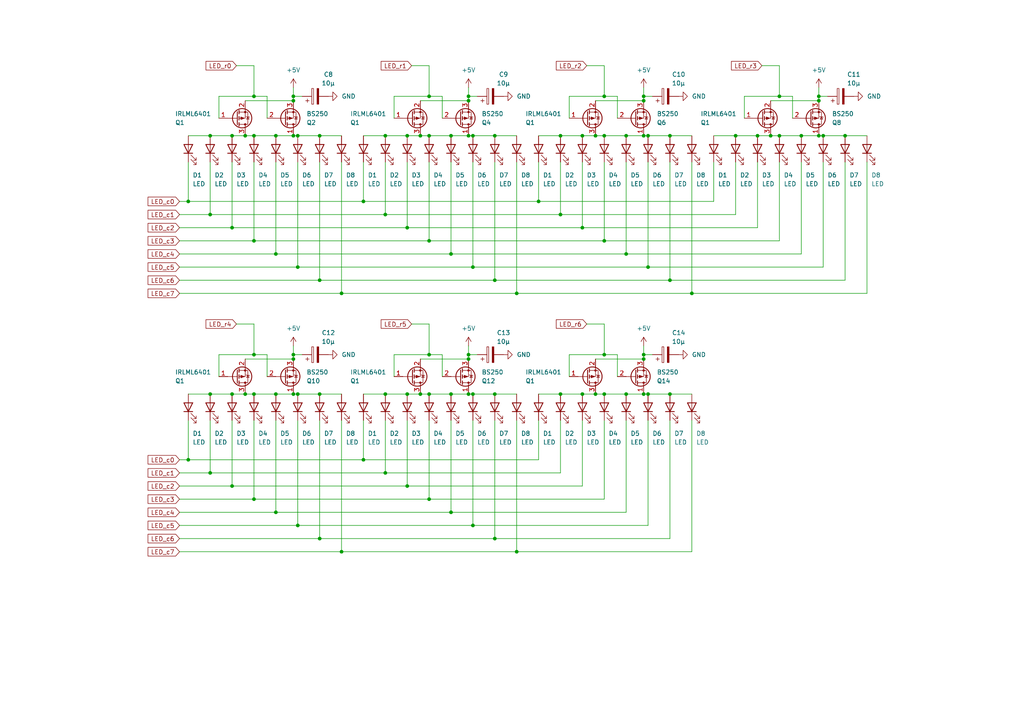
<source format=kicad_sch>
(kicad_sch (version 20230121) (generator eeschema)
  (paper "A4")
  (lib_symbols
    (symbol "Device:C_Polarized" (pin_numbers hide) (pin_names (offset 0.254))
      (property "Reference" "C" (at 0.635 2.54 0))
      (property "Value" "C_Polarized" (at 0.635 -2.54 0))
      (symbol "C_Polarized_0_1"
        (rectangle (start -2.286 0.508) (end 2.286 1.016))
        (polyline (pts (xy -1.778 2.286) (xy -0.762 2.286)))
        (polyline (pts (xy -1.27 2.794) (xy -1.27 1.778)))
        (rectangle (start 2.286 -0.508) (end -2.286 -1.016) (fill (type outline)))
      )
      (symbol "C_Polarized_1_1"
        (pin passive line (at 0 3.81 270) (length 2.794) (name "~") (number "1"))
        (pin passive line (at 0 -3.81 90) (length 2.794) (name "~") (number "2"))
      )
    )
    (symbol "Device:LED" (pin_numbers hide) (pin_names (offset 1.016) hide)
      (property "Reference" "D" (at 0 2.54 0))
      (property "Value" "LED" (at 0 -2.54 0))
      (symbol "LED_0_1"
        (polyline (pts (xy -1.27 -1.27) (xy -1.27 1.27)) (stroke (width 0.254)))
        (polyline (pts (xy -1.27 0) (xy 1.27 0)))
        (polyline (pts (xy 1.27 -1.27) (xy 1.27 1.27) (xy -1.27 0) (xy 1.27 -1.27)) (stroke (width 0.254)))
        (polyline (pts (xy -3.048 -0.762) (xy -4.572 -2.286) (xy -3.81 -2.286) (xy -4.572 -2.286) (xy -4.572 -1.524)))
        (polyline (pts (xy -1.778 -0.762) (xy -3.302 -2.286) (xy -2.54 -2.286) (xy -3.302 -2.286) (xy -3.302 -1.524)))
      )
      (symbol "LED_1_1"
        (pin passive line (at -3.81 0 0) (length 2.54) (name "K") (number "1"))
        (pin passive line (at 3.81 0 180) (length 2.54) (name "A") (number "2"))
      )
    )
    (symbol "Transistor_FET:BS250" (pin_names hide)
      (property "Reference" "Q" (at 5.08 1.905 0))
      (property "Value" "BS250" (at 5.08 0 0))
      (symbol "BS250_0_1"
        (polyline (pts (xy 0.254 0) (xy -2.54 0)))
        (polyline (pts (xy 0.254 1.905) (xy 0.254 -1.905)) (stroke (width 0.254)))
        (polyline (pts (xy 0.762 -1.27) (xy 0.762 -2.286)) (stroke (width 0.254)))
        (polyline (pts (xy 0.762 0.508) (xy 0.762 -0.508)) (stroke (width 0.254)))
        (polyline (pts (xy 0.762 2.286) (xy 0.762 1.27)) (stroke (width 0.254)))
        (polyline (pts (xy 2.54 2.54) (xy 2.54 1.778)))
        (polyline (pts (xy 2.54 -2.54) (xy 2.54 0) (xy 0.762 0)))
        (polyline (pts (xy 0.762 1.778) (xy 3.302 1.778) (xy 3.302 -1.778) (xy 0.762 -1.778)))
        (polyline (pts (xy 2.286 0) (xy 1.27 0.381) (xy 1.27 -0.381) (xy 2.286 0)) (fill (type outline)))
        (polyline (pts (xy 2.794 -0.508) (xy 2.921 -0.381) (xy 3.683 -0.381) (xy 3.81 -0.254)))
        (polyline (pts (xy 3.302 -0.381) (xy 2.921 0.254) (xy 3.683 0.254) (xy 3.302 -0.381)))
        (circle (center 1.651 0) (radius 2.794) (stroke (width 0.254)))
        (circle (center 2.54 -1.778) (radius 0.254) (fill (type outline)))
        (circle (center 2.54 1.778) (radius 0.254) (fill (type outline)))
      )
      (symbol "BS250_1_1"
        (pin passive line (at 2.54 5.08 270) (length 2.54) (name "D") (number "1"))
        (pin input line (at -5.08 0 0) (length 2.54) (name "G") (number "2"))
        (pin passive line (at 2.54 -5.08 90) (length 2.54) (name "S") (number "3"))
      )
    )
    (symbol "Transistor_FET:IRLML6401" (pin_names hide)
      (property "Reference" "Q" (at 5.08 1.905 0))
      (property "Value" "IRLML6401" (at 5.08 0 0))
      (symbol "IRLML6401_0_1"
        (polyline (pts (xy 0.254 0) (xy -2.54 0)))
        (polyline (pts (xy 0.254 1.905) (xy 0.254 -1.905)) (stroke (width 0.254)))
        (polyline (pts (xy 0.762 -1.27) (xy 0.762 -2.286)) (stroke (width 0.254)))
        (polyline (pts (xy 0.762 0.508) (xy 0.762 -0.508)) (stroke (width 0.254)))
        (polyline (pts (xy 0.762 2.286) (xy 0.762 1.27)) (stroke (width 0.254)))
        (polyline (pts (xy 2.54 2.54) (xy 2.54 1.778)))
        (polyline (pts (xy 2.54 -2.54) (xy 2.54 0) (xy 0.762 0)))
        (polyline (pts (xy 0.762 1.778) (xy 3.302 1.778) (xy 3.302 -1.778) (xy 0.762 -1.778)))
        (polyline (pts (xy 2.286 0) (xy 1.27 0.381) (xy 1.27 -0.381) (xy 2.286 0)) (fill (type outline)))
        (polyline (pts (xy 2.794 -0.508) (xy 2.921 -0.381) (xy 3.683 -0.381) (xy 3.81 -0.254)))
        (polyline (pts (xy 3.302 -0.381) (xy 2.921 0.254) (xy 3.683 0.254) (xy 3.302 -0.381)))
        (circle (center 1.651 0) (radius 2.794) (stroke (width 0.254)))
        (circle (center 2.54 -1.778) (radius 0.254) (fill (type outline)))
        (circle (center 2.54 1.778) (radius 0.254) (fill (type outline)))
      )
      (symbol "IRLML6401_1_1"
        (pin input line (at -5.08 0 0) (length 2.54) (name "G") (number "1"))
        (pin passive line (at 2.54 -5.08 90) (length 2.54) (name "S") (number "2"))
        (pin passive line (at 2.54 5.08 270) (length 2.54) (name "D") (number "3"))
      )
    )
    (symbol "power:+5V" (power) (pin_names (offset 0))
      (property "Value" "+5V" (at 0 3.556 0))
      (symbol "+5V_0_1"
        (polyline (pts (xy -0.762 1.27) (xy 0 2.54)))
        (polyline (pts (xy 0 0) (xy 0 2.54)))
        (polyline (pts (xy 0 2.54) (xy 0.762 1.27)))
      )
      (symbol "+5V_1_1"
        (pin power_in line (at 0 0 90) (length 0) hide (name "+5V") (number "1"))
      )
    )
    (symbol "power:GND" (power) (pin_names (offset 0))
      (property "Value" "GND" (at 0 -3.81 0))
      (symbol "GND_0_1"
        (polyline (pts (xy 0 0) (xy 0 -1.27) (xy 1.27 -1.27) (xy 0 -2.54) (xy -1.27 -1.27) (xy 0 -1.27)))
      )
      (symbol "GND_1_1"
        (pin power_in line (at 0 0 270) (length 0) hide (name "GND") (number "1"))
      )
    )
  )
  (junction (at 175.26 102.87))
  (junction (at 143.51 81.28))
  (junction (at 73.66 144.78))
  (junction (at 85.09 104.14))
  (junction (at 118.11 39.37))
  (junction (at 130.81 148.59))
  (junction (at 135.89 114.3))
  (junction (at 181.61 39.37))
  (junction (at 156.21 58.42))
  (junction (at 111.76 62.23))
  (junction (at 172.72 114.3))
  (junction (at 124.46 39.37))
  (junction (at 73.66 27.94))
  (junction (at 67.31 66.04))
  (junction (at 111.76 114.3))
  (junction (at 85.09 39.37))
  (junction (at 121.92 114.3))
  (junction (at 186.69 114.3))
  (junction (at 137.16 39.37))
  (junction (at 73.66 39.37))
  (junction (at 85.09 27.94))
  (junction (at 86.36 114.3))
  (junction (at 175.26 69.85))
  (junction (at 223.52 39.37))
  (junction (at 54.61 133.35))
  (junction (at 162.56 62.23))
  (junction (at 135.89 39.37))
  (junction (at 124.46 27.94))
  (junction (at 130.81 39.37))
  (junction (at 162.56 114.3))
  (junction (at 85.09 102.87))
  (junction (at 118.11 114.3))
  (junction (at 130.81 114.3))
  (junction (at 175.26 39.37))
  (junction (at 187.96 114.3))
  (junction (at 124.46 144.78))
  (junction (at 118.11 140.97))
  (junction (at 124.46 102.87))
  (junction (at 86.36 77.47))
  (junction (at 60.96 114.3))
  (junction (at 237.49 39.37))
  (junction (at 135.89 104.14))
  (junction (at 60.96 39.37))
  (junction (at 85.09 114.3))
  (junction (at 67.31 39.37))
  (junction (at 237.49 27.94))
  (junction (at 187.96 77.47))
  (junction (at 194.31 39.37))
  (junction (at 149.86 85.09))
  (junction (at 135.89 102.87))
  (junction (at 73.66 102.87))
  (junction (at 143.51 39.37))
  (junction (at 238.76 39.37))
  (junction (at 245.11 39.37))
  (junction (at 186.69 27.94))
  (junction (at 219.71 39.37))
  (junction (at 232.41 39.37))
  (junction (at 168.91 39.37))
  (junction (at 92.71 156.21))
  (junction (at 186.69 29.21))
  (junction (at 71.12 114.3))
  (junction (at 92.71 114.3))
  (junction (at 54.61 58.42))
  (junction (at 181.61 73.66))
  (junction (at 200.66 85.09))
  (junction (at 187.96 39.37))
  (junction (at 92.71 39.37))
  (junction (at 226.06 27.94))
  (junction (at 135.89 29.21))
  (junction (at 111.76 39.37))
  (junction (at 172.72 39.37))
  (junction (at 143.51 156.21))
  (junction (at 60.96 137.16))
  (junction (at 137.16 152.4))
  (junction (at 111.76 137.16))
  (junction (at 168.91 114.3))
  (junction (at 124.46 69.85))
  (junction (at 186.69 104.14))
  (junction (at 194.31 81.28))
  (junction (at 213.36 39.37))
  (junction (at 175.26 114.3))
  (junction (at 130.81 73.66))
  (junction (at 186.69 102.87))
  (junction (at 186.69 39.37))
  (junction (at 71.12 39.37))
  (junction (at 137.16 77.47))
  (junction (at 67.31 114.3))
  (junction (at 149.86 160.02))
  (junction (at 86.36 152.4))
  (junction (at 162.56 39.37))
  (junction (at 175.26 27.94))
  (junction (at 181.61 114.3))
  (junction (at 237.49 29.21))
  (junction (at 73.66 114.3))
  (junction (at 105.41 58.42))
  (junction (at 143.51 114.3))
  (junction (at 194.31 114.3))
  (junction (at 80.01 114.3))
  (junction (at 99.06 85.09))
  (junction (at 135.89 27.94))
  (junction (at 73.66 69.85))
  (junction (at 168.91 66.04))
  (junction (at 137.16 114.3))
  (junction (at 60.96 62.23))
  (junction (at 80.01 73.66))
  (junction (at 121.92 39.37))
  (junction (at 99.06 160.02))
  (junction (at 105.41 133.35))
  (junction (at 80.01 39.37))
  (junction (at 92.71 81.28))
  (junction (at 80.01 148.59))
  (junction (at 118.11 66.04))
  (junction (at 226.06 39.37))
  (junction (at 124.46 114.3))
  (junction (at 85.09 29.21))
  (junction (at 67.31 140.97))
  (junction (at 86.36 39.37))
  (wire (pts (xy 128.27 102.87) (xy 124.46 102.87)))
  (wire (pts (xy 187.96 39.37) (xy 194.31 39.37)))
  (wire (pts (xy 92.71 114.3) (xy 99.06 114.3)))
  (wire (pts (xy 186.69 114.3) (xy 187.96 114.3)))
  (wire (pts (xy 170.18 19.05) (xy 175.26 19.05)))
  (wire (pts (xy 121.92 29.21) (xy 135.89 29.21)))
  (wire (pts (xy 105.41 121.92) (xy 105.41 133.35)))
  (wire (pts (xy 124.46 102.87) (xy 114.3 102.87)))
  (wire (pts (xy 92.71 156.21) (xy 143.51 156.21)))
  (wire (pts (xy 114.3 27.94) (xy 114.3 34.29)))
  (wire (pts (xy 137.16 152.4) (xy 187.96 152.4)))
  (wire (pts (xy 121.92 114.3) (xy 124.46 114.3)))
  (wire (pts (xy 73.66 93.98) (xy 73.66 102.87)))
  (wire (pts (xy 52.07 160.02) (xy 99.06 160.02)))
  (wire (pts (xy 137.16 121.92) (xy 137.16 152.4)))
  (wire (pts (xy 194.31 46.99) (xy 194.31 81.28)))
  (wire (pts (xy 105.41 58.42) (xy 156.21 58.42)))
  (wire (pts (xy 124.46 27.94) (xy 114.3 27.94)))
  (wire (pts (xy 165.1 102.87) (xy 165.1 109.22)))
  (wire (pts (xy 162.56 121.92) (xy 162.56 137.16)))
  (wire (pts (xy 179.07 27.94) (xy 179.07 34.29)))
  (wire (pts (xy 67.31 140.97) (xy 118.11 140.97)))
  (wire (pts (xy 181.61 39.37) (xy 186.69 39.37)))
  (wire (pts (xy 54.61 121.92) (xy 54.61 133.35)))
  (wire (pts (xy 137.16 77.47) (xy 187.96 77.47)))
  (wire (pts (xy 99.06 85.09) (xy 149.86 85.09)))
  (wire (pts (xy 135.89 27.94) (xy 138.43 27.94)))
  (wire (pts (xy 52.07 140.97) (xy 67.31 140.97)))
  (wire (pts (xy 186.69 27.94) (xy 189.23 27.94)))
  (wire (pts (xy 143.51 121.92) (xy 143.51 156.21)))
  (wire (pts (xy 187.96 114.3) (xy 194.31 114.3)))
  (wire (pts (xy 52.07 133.35) (xy 54.61 133.35)))
  (wire (pts (xy 219.71 66.04) (xy 219.71 46.99)))
  (wire (pts (xy 175.26 46.99) (xy 175.26 69.85)))
  (wire (pts (xy 186.69 102.87) (xy 186.69 104.14)))
  (wire (pts (xy 71.12 104.14) (xy 85.09 104.14)))
  (wire (pts (xy 86.36 114.3) (xy 92.71 114.3)))
  (wire (pts (xy 213.36 62.23) (xy 213.36 46.99)))
  (wire (pts (xy 172.72 104.14) (xy 186.69 104.14)))
  (wire (pts (xy 85.09 102.87) (xy 87.63 102.87)))
  (wire (pts (xy 124.46 69.85) (xy 175.26 69.85)))
  (wire (pts (xy 63.5 102.87) (xy 63.5 109.22)))
  (wire (pts (xy 119.38 93.98) (xy 124.46 93.98)))
  (wire (pts (xy 52.07 148.59) (xy 80.01 148.59)))
  (wire (pts (xy 237.49 27.94) (xy 237.49 29.21)))
  (wire (pts (xy 181.61 46.99) (xy 181.61 73.66)))
  (wire (pts (xy 168.91 121.92) (xy 168.91 140.97)))
  (wire (pts (xy 175.26 69.85) (xy 226.06 69.85)))
  (wire (pts (xy 114.3 102.87) (xy 114.3 109.22)))
  (wire (pts (xy 194.31 114.3) (xy 200.66 114.3)))
  (wire (pts (xy 124.46 19.05) (xy 124.46 27.94)))
  (wire (pts (xy 60.96 114.3) (xy 67.31 114.3)))
  (wire (pts (xy 215.9 27.94) (xy 215.9 34.29)))
  (wire (pts (xy 99.06 160.02) (xy 149.86 160.02)))
  (wire (pts (xy 92.71 81.28) (xy 143.51 81.28)))
  (wire (pts (xy 226.06 39.37) (xy 232.41 39.37)))
  (wire (pts (xy 130.81 73.66) (xy 181.61 73.66)))
  (wire (pts (xy 54.61 133.35) (xy 105.41 133.35)))
  (wire (pts (xy 52.07 69.85) (xy 73.66 69.85)))
  (wire (pts (xy 52.07 156.21) (xy 92.71 156.21)))
  (wire (pts (xy 54.61 46.99) (xy 54.61 58.42)))
  (wire (pts (xy 181.61 121.92) (xy 181.61 148.59)))
  (wire (pts (xy 80.01 114.3) (xy 85.09 114.3)))
  (wire (pts (xy 186.69 39.37) (xy 187.96 39.37)))
  (wire (pts (xy 68.58 93.98) (xy 73.66 93.98)))
  (wire (pts (xy 118.11 46.99) (xy 118.11 66.04)))
  (wire (pts (xy 194.31 121.92) (xy 194.31 156.21)))
  (wire (pts (xy 223.52 39.37) (xy 226.06 39.37)))
  (wire (pts (xy 85.09 102.87) (xy 85.09 104.14)))
  (wire (pts (xy 172.72 114.3) (xy 175.26 114.3)))
  (wire (pts (xy 77.47 109.22) (xy 77.47 102.87)))
  (wire (pts (xy 60.96 39.37) (xy 67.31 39.37)))
  (wire (pts (xy 237.49 25.4) (xy 237.49 27.94)))
  (wire (pts (xy 135.89 114.3) (xy 137.16 114.3)))
  (wire (pts (xy 80.01 46.99) (xy 80.01 73.66)))
  (wire (pts (xy 137.16 39.37) (xy 143.51 39.37)))
  (wire (pts (xy 175.26 121.92) (xy 175.26 144.78)))
  (wire (pts (xy 124.46 93.98) (xy 124.46 102.87)))
  (wire (pts (xy 181.61 114.3) (xy 186.69 114.3)))
  (wire (pts (xy 60.96 137.16) (xy 111.76 137.16)))
  (wire (pts (xy 165.1 27.94) (xy 175.26 27.94)))
  (wire (pts (xy 187.96 46.99) (xy 187.96 77.47)))
  (wire (pts (xy 135.89 102.87) (xy 135.89 104.14)))
  (wire (pts (xy 85.09 100.33) (xy 85.09 102.87)))
  (wire (pts (xy 137.16 46.99) (xy 137.16 77.47)))
  (wire (pts (xy 172.72 29.21) (xy 186.69 29.21)))
  (wire (pts (xy 162.56 62.23) (xy 213.36 62.23)))
  (wire (pts (xy 111.76 114.3) (xy 118.11 114.3)))
  (wire (pts (xy 111.76 62.23) (xy 162.56 62.23)))
  (wire (pts (xy 213.36 39.37) (xy 219.71 39.37)))
  (wire (pts (xy 68.58 19.05) (xy 73.66 19.05)))
  (wire (pts (xy 226.06 19.05) (xy 226.06 27.94)))
  (wire (pts (xy 85.09 25.4) (xy 85.09 27.94)))
  (wire (pts (xy 207.01 58.42) (xy 207.01 46.99)))
  (wire (pts (xy 80.01 73.66) (xy 130.81 73.66)))
  (wire (pts (xy 237.49 39.37) (xy 238.76 39.37)))
  (wire (pts (xy 175.26 114.3) (xy 181.61 114.3)))
  (wire (pts (xy 175.26 19.05) (xy 175.26 27.94)))
  (wire (pts (xy 54.61 39.37) (xy 60.96 39.37)))
  (wire (pts (xy 149.86 46.99) (xy 149.86 85.09)))
  (wire (pts (xy 92.71 121.92) (xy 92.71 156.21)))
  (wire (pts (xy 111.76 137.16) (xy 162.56 137.16)))
  (wire (pts (xy 130.81 39.37) (xy 135.89 39.37)))
  (wire (pts (xy 128.27 109.22) (xy 128.27 102.87)))
  (wire (pts (xy 187.96 77.47) (xy 238.76 77.47)))
  (wire (pts (xy 143.51 39.37) (xy 149.86 39.37)))
  (wire (pts (xy 232.41 73.66) (xy 232.41 46.99)))
  (wire (pts (xy 71.12 39.37) (xy 73.66 39.37)))
  (wire (pts (xy 165.1 34.29) (xy 165.1 27.94)))
  (wire (pts (xy 60.96 121.92) (xy 60.96 137.16)))
  (wire (pts (xy 156.21 114.3) (xy 162.56 114.3)))
  (wire (pts (xy 60.96 62.23) (xy 111.76 62.23)))
  (wire (pts (xy 52.07 73.66) (xy 80.01 73.66)))
  (wire (pts (xy 179.07 109.22) (xy 179.07 102.87)))
  (wire (pts (xy 130.81 46.99) (xy 130.81 73.66)))
  (wire (pts (xy 92.71 46.99) (xy 92.71 81.28)))
  (wire (pts (xy 71.12 29.21) (xy 85.09 29.21)))
  (wire (pts (xy 124.46 46.99) (xy 124.46 69.85)))
  (wire (pts (xy 143.51 156.21) (xy 194.31 156.21)))
  (wire (pts (xy 187.96 121.92) (xy 187.96 152.4)))
  (wire (pts (xy 130.81 114.3) (xy 135.89 114.3)))
  (wire (pts (xy 200.66 46.99) (xy 200.66 85.09)))
  (wire (pts (xy 162.56 46.99) (xy 162.56 62.23)))
  (wire (pts (xy 175.26 102.87) (xy 165.1 102.87)))
  (wire (pts (xy 156.21 121.92) (xy 156.21 133.35)))
  (wire (pts (xy 175.26 93.98) (xy 175.26 102.87)))
  (wire (pts (xy 130.81 121.92) (xy 130.81 148.59)))
  (wire (pts (xy 135.89 100.33) (xy 135.89 102.87)))
  (wire (pts (xy 124.46 121.92) (xy 124.46 144.78)))
  (wire (pts (xy 80.01 121.92) (xy 80.01 148.59)))
  (wire (pts (xy 85.09 39.37) (xy 86.36 39.37)))
  (wire (pts (xy 251.46 85.09) (xy 251.46 46.99)))
  (wire (pts (xy 73.66 19.05) (xy 73.66 27.94)))
  (wire (pts (xy 52.07 152.4) (xy 86.36 152.4)))
  (wire (pts (xy 85.09 27.94) (xy 85.09 29.21)))
  (wire (pts (xy 111.76 121.92) (xy 111.76 137.16)))
  (wire (pts (xy 73.66 39.37) (xy 80.01 39.37)))
  (wire (pts (xy 99.06 46.99) (xy 99.06 85.09)))
  (wire (pts (xy 179.07 102.87) (xy 175.26 102.87)))
  (wire (pts (xy 194.31 39.37) (xy 200.66 39.37)))
  (wire (pts (xy 238.76 39.37) (xy 245.11 39.37)))
  (wire (pts (xy 128.27 27.94) (xy 124.46 27.94)))
  (wire (pts (xy 52.07 81.28) (xy 92.71 81.28)))
  (wire (pts (xy 175.26 27.94) (xy 179.07 27.94)))
  (wire (pts (xy 77.47 34.29) (xy 77.47 27.94)))
  (wire (pts (xy 121.92 104.14) (xy 135.89 104.14)))
  (wire (pts (xy 86.36 121.92) (xy 86.36 152.4)))
  (wire (pts (xy 105.41 39.37) (xy 111.76 39.37)))
  (wire (pts (xy 168.91 46.99) (xy 168.91 66.04)))
  (wire (pts (xy 85.09 114.3) (xy 86.36 114.3)))
  (wire (pts (xy 207.01 39.37) (xy 213.36 39.37)))
  (wire (pts (xy 52.07 62.23) (xy 60.96 62.23)))
  (wire (pts (xy 124.46 39.37) (xy 130.81 39.37)))
  (wire (pts (xy 186.69 25.4) (xy 186.69 27.94)))
  (wire (pts (xy 181.61 73.66) (xy 232.41 73.66)))
  (wire (pts (xy 60.96 46.99) (xy 60.96 62.23)))
  (wire (pts (xy 77.47 27.94) (xy 73.66 27.94)))
  (wire (pts (xy 67.31 121.92) (xy 67.31 140.97)))
  (wire (pts (xy 143.51 81.28) (xy 194.31 81.28)))
  (wire (pts (xy 135.89 39.37) (xy 137.16 39.37)))
  (wire (pts (xy 175.26 39.37) (xy 181.61 39.37)))
  (wire (pts (xy 54.61 114.3) (xy 60.96 114.3)))
  (wire (pts (xy 245.11 81.28) (xy 245.11 46.99)))
  (wire (pts (xy 52.07 137.16) (xy 60.96 137.16)))
  (wire (pts (xy 118.11 39.37) (xy 121.92 39.37)))
  (wire (pts (xy 63.5 27.94) (xy 63.5 34.29)))
  (wire (pts (xy 54.61 58.42) (xy 105.41 58.42)))
  (wire (pts (xy 226.06 69.85) (xy 226.06 46.99)))
  (wire (pts (xy 86.36 46.99) (xy 86.36 77.47)))
  (wire (pts (xy 118.11 66.04) (xy 168.91 66.04)))
  (wire (pts (xy 67.31 66.04) (xy 118.11 66.04)))
  (wire (pts (xy 156.21 46.99) (xy 156.21 58.42)))
  (wire (pts (xy 67.31 46.99) (xy 67.31 66.04)))
  (wire (pts (xy 135.89 25.4) (xy 135.89 27.94)))
  (wire (pts (xy 73.66 144.78) (xy 124.46 144.78)))
  (wire (pts (xy 105.41 133.35) (xy 156.21 133.35)))
  (wire (pts (xy 229.87 27.94) (xy 226.06 27.94)))
  (wire (pts (xy 135.89 102.87) (xy 138.43 102.87)))
  (wire (pts (xy 92.71 39.37) (xy 99.06 39.37)))
  (wire (pts (xy 67.31 114.3) (xy 71.12 114.3)))
  (wire (pts (xy 186.69 100.33) (xy 186.69 102.87)))
  (wire (pts (xy 119.38 19.05) (xy 124.46 19.05)))
  (wire (pts (xy 105.41 46.99) (xy 105.41 58.42)))
  (wire (pts (xy 149.86 121.92) (xy 149.86 160.02)))
  (wire (pts (xy 143.51 114.3) (xy 149.86 114.3)))
  (wire (pts (xy 52.07 77.47) (xy 86.36 77.47)))
  (wire (pts (xy 73.66 69.85) (xy 124.46 69.85)))
  (wire (pts (xy 80.01 39.37) (xy 85.09 39.37)))
  (wire (pts (xy 194.31 81.28) (xy 245.11 81.28)))
  (wire (pts (xy 52.07 66.04) (xy 67.31 66.04)))
  (wire (pts (xy 162.56 114.3) (xy 168.91 114.3)))
  (wire (pts (xy 168.91 114.3) (xy 172.72 114.3)))
  (wire (pts (xy 226.06 27.94) (xy 215.9 27.94)))
  (wire (pts (xy 156.21 39.37) (xy 162.56 39.37)))
  (wire (pts (xy 111.76 46.99) (xy 111.76 62.23)))
  (wire (pts (xy 124.46 114.3) (xy 130.81 114.3)))
  (wire (pts (xy 137.16 114.3) (xy 143.51 114.3)))
  (wire (pts (xy 52.07 58.42) (xy 54.61 58.42)))
  (wire (pts (xy 73.66 27.94) (xy 63.5 27.94)))
  (wire (pts (xy 200.66 85.09) (xy 251.46 85.09)))
  (wire (pts (xy 219.71 39.37) (xy 223.52 39.37)))
  (wire (pts (xy 232.41 39.37) (xy 237.49 39.37)))
  (wire (pts (xy 172.72 39.37) (xy 175.26 39.37)))
  (wire (pts (xy 245.11 39.37) (xy 251.46 39.37)))
  (wire (pts (xy 229.87 34.29) (xy 229.87 27.94)))
  (wire (pts (xy 237.49 27.94) (xy 240.03 27.94)))
  (wire (pts (xy 86.36 77.47) (xy 137.16 77.47)))
  (wire (pts (xy 238.76 77.47) (xy 238.76 46.99)))
  (wire (pts (xy 105.41 114.3) (xy 111.76 114.3)))
  (wire (pts (xy 73.66 102.87) (xy 63.5 102.87)))
  (wire (pts (xy 73.66 46.99) (xy 73.66 69.85)))
  (wire (pts (xy 118.11 140.97) (xy 168.91 140.97)))
  (wire (pts (xy 52.07 144.78) (xy 73.66 144.78)))
  (wire (pts (xy 85.09 27.94) (xy 87.63 27.94)))
  (wire (pts (xy 186.69 102.87) (xy 189.23 102.87)))
  (wire (pts (xy 52.07 85.09) (xy 99.06 85.09)))
  (wire (pts (xy 86.36 152.4) (xy 137.16 152.4)))
  (wire (pts (xy 168.91 39.37) (xy 172.72 39.37)))
  (wire (pts (xy 80.01 148.59) (xy 130.81 148.59)))
  (wire (pts (xy 200.66 121.92) (xy 200.66 160.02)))
  (wire (pts (xy 77.47 102.87) (xy 73.66 102.87)))
  (wire (pts (xy 130.81 148.59) (xy 181.61 148.59)))
  (wire (pts (xy 149.86 85.09) (xy 200.66 85.09)))
  (wire (pts (xy 118.11 114.3) (xy 121.92 114.3)))
  (wire (pts (xy 223.52 29.21) (xy 237.49 29.21)))
  (wire (pts (xy 111.76 39.37) (xy 118.11 39.37)))
  (wire (pts (xy 86.36 39.37) (xy 92.71 39.37)))
  (wire (pts (xy 220.98 19.05) (xy 226.06 19.05)))
  (wire (pts (xy 168.91 66.04) (xy 219.71 66.04)))
  (wire (pts (xy 99.06 121.92) (xy 99.06 160.02)))
  (wire (pts (xy 124.46 144.78) (xy 175.26 144.78)))
  (wire (pts (xy 156.21 58.42) (xy 207.01 58.42)))
  (wire (pts (xy 73.66 114.3) (xy 80.01 114.3)))
  (wire (pts (xy 186.69 27.94) (xy 186.69 29.21)))
  (wire (pts (xy 67.31 39.37) (xy 71.12 39.37)))
  (wire (pts (xy 73.66 121.92) (xy 73.66 144.78)))
  (wire (pts (xy 71.12 114.3) (xy 73.66 114.3)))
  (wire (pts (xy 128.27 34.29) (xy 128.27 27.94)))
  (wire (pts (xy 135.89 27.94) (xy 135.89 29.21)))
  (wire (pts (xy 143.51 46.99) (xy 143.51 81.28)))
  (wire (pts (xy 149.86 160.02) (xy 200.66 160.02)))
  (wire (pts (xy 170.18 93.98) (xy 175.26 93.98)))
  (wire (pts (xy 162.56 39.37) (xy 168.91 39.37)))
  (wire (pts (xy 121.92 39.37) (xy 124.46 39.37)))
  (wire (pts (xy 118.11 121.92) (xy 118.11 140.97)))
  (global_label "LED_r2" (shape input) (at 170.18 19.05 180) (property "Intersheetrefs" "${INTERSHEET_REFS}" (effects hide)))
  (global_label "LED_r4" (shape input) (at 68.58 93.98 180) (property "Intersheetrefs" "${INTERSHEET_REFS}" (effects hide)))
  (global_label "LED_c3" (shape input) (at 52.07 144.78 180) (property "Intersheetrefs" "${INTERSHEET_REFS}" (effects hide)))
  (global_label "LED_c4" (shape input) (at 52.07 148.59 180) (property "Intersheetrefs" "${INTERSHEET_REFS}" (effects hide)))
  (global_label "LED_c6" (shape input) (at 52.07 81.28 180) (property "Intersheetrefs" "${INTERSHEET_REFS}" (effects hide)))
  (global_label "LED_c2" (shape input) (at 52.07 140.97 180) (property "Intersheetrefs" "${INTERSHEET_REFS}" (effects hide)))
  (global_label "LED_c7" (shape input) (at 52.07 85.09 180) (property "Intersheetrefs" "${INTERSHEET_REFS}" (effects hide)))
  (global_label "LED_c7" (shape input) (at 52.07 160.02 180) (property "Intersheetrefs" "${INTERSHEET_REFS}" (effects hide)))
  (global_label "LED_c4" (shape input) (at 52.07 73.66 180) (property "Intersheetrefs" "${INTERSHEET_REFS}" (effects hide)))
  (global_label "LED_c0" (shape input) (at 52.07 58.42 180) (property "Intersheetrefs" "${INTERSHEET_REFS}" (effects hide)))
  (global_label "LED_c2" (shape input) (at 52.07 66.04 180) (property "Intersheetrefs" "${INTERSHEET_REFS}" (effects hide)))
  (global_label "LED_c1" (shape input) (at 52.07 137.16 180) (property "Intersheetrefs" "${INTERSHEET_REFS}" (effects hide)))
  (global_label "LED_c5" (shape input) (at 52.07 77.47 180) (property "Intersheetrefs" "${INTERSHEET_REFS}" (effects hide)))
  (global_label "LED_c5" (shape input) (at 52.07 152.4 180) (property "Intersheetrefs" "${INTERSHEET_REFS}" (effects hide)))
  (global_label "LED_c3" (shape input) (at 52.07 69.85 180) (property "Intersheetrefs" "${INTERSHEET_REFS}" (effects hide)))
  (global_label "LED_r0" (shape input) (at 68.58 19.05 180) (property "Intersheetrefs" "${INTERSHEET_REFS}" (effects hide)))
  (global_label "LED_c1" (shape input) (at 52.07 62.23 180) (property "Intersheetrefs" "${INTERSHEET_REFS}" (effects hide)))
  (global_label "LED_c0" (shape input) (at 52.07 133.35 180) (property "Intersheetrefs" "${INTERSHEET_REFS}" (effects hide)))
  (global_label "LED_r1" (shape input) (at 119.38 19.05 180) (property "Intersheetrefs" "${INTERSHEET_REFS}" (effects hide)))
  (global_label "LED_c6" (shape input) (at 52.07 156.21 180) (property "Intersheetrefs" "${INTERSHEET_REFS}" (effects hide)))
  (global_label "LED_r6" (shape input) (at 170.18 93.98 180) (property "Intersheetrefs" "${INTERSHEET_REFS}" (effects hide)))
  (global_label "LED_r5" (shape input) (at 119.38 93.98 180) (property "Intersheetrefs" "${INTERSHEET_REFS}" (effects hide)))
  (global_label "LED_r3" (shape input) (at 220.98 19.05 180) (property "Intersheetrefs" "${INTERSHEET_REFS}" (effects hide)))
  (symbol (lib_id "Device:LED") (at 181.61 118.11 90) (unit 1)
    (property "Reference" "D5" (at 182.88 125.73 90) (effects (justify right)))
    (property "Value" "LED" (at 182.88 128.27 90) (effects (justify right)))
    (property "Footprint" "my_footprints:LED_rect_2x3" (effects hide))
    (instances (project "RDpico_display" (path "" (reference "D5") (unit 1)) (path "" (reference "D53") (unit 1))))
  )
  (symbol (lib_id "Device:LED") (at 124.46 118.11 90) (unit 1)
    (property "Reference" "D4" (at 125.73 125.73 90) (effects (justify right)))
    (property "Value" "LED" (at 125.73 128.27 90) (effects (justify right)))
    (property "Footprint" "my_footprints:LED_rect_2x3" (effects hide))
    (instances (project "RDpico_display" (path "" (reference "D4") (unit 1)) (path "" (reference "D44") (unit 1))))
  )
  (symbol (lib_id "Device:LED") (at 99.06 43.18 90) (unit 1)
    (property "Reference" "D8" (at 100.33 50.8 90) (effects (justify right)))
    (property "Value" "LED" (at 100.33 53.34 90) (effects (justify right)))
    (property "Footprint" "my_footprints:LED_rect_2x3" (effects hide))
  )
  (symbol (lib_id "Device:LED") (at 194.31 43.18 90) (unit 1)
    (property "Reference" "D7" (at 195.58 50.8 90) (effects (justify right)))
    (property "Value" "LED" (at 195.58 53.34 90) (effects (justify right)))
    (property "Footprint" "my_footprints:LED_rect_2x3" (effects hide))
    (instances (project "RDpico_display" (path "" (reference "D7") (unit 1)) (path "" (reference "D23") (unit 1))))
  )
  (symbol (lib_id "Device:LED") (at 238.76 43.18 90) (unit 1)
    (property "Reference" "D6" (at 240.03 50.8 90) (effects (justify right)))
    (property "Value" "LED" (at 240.03 53.34 90) (effects (justify right)))
    (property "Footprint" "my_footprints:LED_rect_2x3" (effects hide))
    (instances (project "RDpico_display" (path "" (reference "D6") (unit 1)) (path "" (reference "D30") (unit 1))))
  )
  (symbol (lib_id "Transistor_FET:IRLML6401") (at 119.38 34.29 0) (mirror x) (unit 1)
    (property "Reference" "Q1" (at 101.6 35.56 0) (effects (justify left)))
    (property "Value" "IRLML6401" (at 101.6 33.02 0) (effects (justify left)))
    (property "Footprint" "Package_TO_SOT_SMD:SOT-23" (effects hide))
    (property "Datasheet" "https://www.infineon.com/dgdl/irlml6401pbf.pdf?fileId=5546d462533600a401535668b96d2634" (effects hide))
    (property "LCSC" "C2835446" (effects hide))
    (instances (project "RDpico_display" (path "" (reference "Q1") (unit 1)) (path "" (reference "Q3") (unit 1))) (project "Matrix_test" (path "" (reference "Q1") (unit 1)) (path "" (reference "Q1") (unit 1))))
  )
  (symbol (lib_id "Transistor_FET:IRLML6401") (at 119.38 109.22 0) (mirror x) (unit 1)
    (property "Reference" "Q1" (at 101.6 110.49 0) (effects (justify left)))
    (property "Value" "IRLML6401" (at 101.6 107.95 0) (effects (justify left)))
    (property "Footprint" "Package_TO_SOT_SMD:SOT-23" (effects hide))
    (property "Datasheet" "https://www.infineon.com/dgdl/irlml6401pbf.pdf?fileId=5546d462533600a401535668b96d2634" (effects hide))
    (property "LCSC" "C2835446" (effects hide))
    (instances (project "RDpico_display" (path "" (reference "Q1") (unit 1)) (path "" (reference "Q11") (unit 1))) (project "Matrix_test" (path "" (reference "Q1") (unit 1)) (path "" (reference "Q1") (unit 1))))
  )
  (symbol (lib_id "Device:LED") (at 118.11 43.18 90) (unit 1)
    (property "Reference" "D3" (at 119.38 50.8 90) (effects (justify right)))
    (property "Value" "LED" (at 119.38 53.34 90) (effects (justify right)))
    (property "Footprint" "my_footprints:LED_rect_2x3" (effects hide))
    (instances (project "RDpico_display" (path "" (reference "D3") (unit 1)) (path "" (reference "D11") (unit 1))))
  )
  (symbol (lib_id "Device:LED") (at 67.31 118.11 90) (unit 1)
    (property "Reference" "D3" (at 68.58 125.73 90) (effects (justify right)))
    (property "Value" "LED" (at 68.58 128.27 90) (effects (justify right)))
    (property "Footprint" "my_footprints:LED_rect_2x3" (effects hide))
    (instances (project "RDpico_display" (path "" (reference "D3") (unit 1)) (path "" (reference "D35") (unit 1))))
  )
  (symbol (lib_id "Transistor_FET:BS250") (at 133.35 109.22 0) (mirror x) (unit 1)
    (property "Reference" "Q12" (at 139.7 110.49 0) (effects (justify left)))
    (property "Value" "BS250" (at 139.7 107.95 0) (effects (justify left)))
    (property "Footprint" "my_footprints:BS250P" (effects hide))
    (property "Datasheet" "http://www.vishay.com/docs/70209/70209.pdf" (effects hide))
  )
  (symbol (lib_id "Device:LED") (at 54.61 118.11 90) (unit 1)
    (property "Reference" "D1" (at 55.88 125.73 90) (effects (justify right)))
    (property "Value" "LED" (at 55.88 128.27 90) (effects (justify right)))
    (property "Footprint" "my_footprints:LED_rect_2x3" (effects hide))
    (instances (project "RDpico_display" (path "" (reference "D1") (unit 1)) (path "" (reference "D33") (unit 1))))
  )
  (symbol (lib_id "Device:C_Polarized") (at 91.44 27.94 90) (unit 1)
    (property "Reference" "C8" (at 95.25 21.59 90))
    (property "Value" "10µ" (at 95.25 24.13 90))
    (property "Footprint" "Capacitor_THT:CP_Radial_D4.0mm_P2.00mm" (effects hide))
  )
  (symbol (lib_id "Device:LED") (at 130.81 118.11 90) (unit 1)
    (property "Reference" "D5" (at 132.08 125.73 90) (effects (justify right)))
    (property "Value" "LED" (at 132.08 128.27 90) (effects (justify right)))
    (property "Footprint" "my_footprints:LED_rect_2x3" (effects hide))
    (instances (project "RDpico_display" (path "" (reference "D5") (unit 1)) (path "" (reference "D45") (unit 1))))
  )
  (symbol (lib_id "Transistor_FET:IRLML6401") (at 220.98 34.29 0) (mirror x) (unit 1)
    (property "Reference" "Q1" (at 203.2 35.56 0) (effects (justify left)))
    (property "Value" "IRLML6401" (at 203.2 33.02 0) (effects (justify left)))
    (property "Footprint" "Package_TO_SOT_SMD:SOT-23" (effects hide))
    (property "Datasheet" "https://www.infineon.com/dgdl/irlml6401pbf.pdf?fileId=5546d462533600a401535668b96d2634" (effects hide))
    (property "LCSC" "C2835446" (effects hide))
    (instances (project "RDpico_display" (path "" (reference "Q1") (unit 1)) (path "" (reference "Q7") (unit 1))) (project "Matrix_test" (path "" (reference "Q1") (unit 1)) (path "" (reference "Q1") (unit 1))))
  )
  (symbol (lib_id "Transistor_FET:BS250") (at 82.55 109.22 0) (mirror x) (unit 1)
    (property "Reference" "Q10" (at 88.9 110.49 0) (effects (justify left)))
    (property "Value" "BS250" (at 88.9 107.95 0) (effects (justify left)))
    (property "Footprint" "my_footprints:BS250P" (effects hide))
    (property "Datasheet" "http://www.vishay.com/docs/70209/70209.pdf" (effects hide))
  )
  (symbol (lib_id "Transistor_FET:BS250") (at 184.15 34.29 0) (mirror x) (unit 1)
    (property "Reference" "Q6" (at 190.5 35.56 0) (effects (justify left)))
    (property "Value" "BS250" (at 190.5 33.02 0) (effects (justify left)))
    (property "Footprint" "my_footprints:BS250P" (effects hide))
    (property "Datasheet" "http://www.vishay.com/docs/70209/70209.pdf" (effects hide))
  )
  (symbol (lib_id "power:GND") (at 146.05 102.87 90) (unit 1)
    (property "Reference" "#PWR041" (effects hide))
    (property "Value" "GND" (at 149.86 102.87 90) (effects (justify right)))
  )
  (symbol (lib_id "Transistor_FET:IRLML6401") (at 68.58 34.29 0) (mirror x) (unit 1)
    (property "Reference" "Q1" (at 50.8 35.56 0) (effects (justify left)))
    (property "Value" "IRLML6401" (at 50.8 33.02 0) (effects (justify left)))
    (property "Footprint" "Package_TO_SOT_SMD:SOT-23" (effects hide))
    (property "Datasheet" "https://www.infineon.com/dgdl/irlml6401pbf.pdf?fileId=5546d462533600a401535668b96d2634" (effects hide))
    (property "LCSC" "C2835446" (effects hide))
  )
  (symbol (lib_id "Device:LED") (at 60.96 43.18 90) (unit 1)
    (property "Reference" "D2" (at 62.23 50.8 90) (effects (justify right)))
    (property "Value" "LED" (at 62.23 53.34 90) (effects (justify right)))
    (property "Footprint" "my_footprints:LED_rect_2x3" (effects hide))
  )
  (symbol (lib_id "power:GND") (at 95.25 27.94 90) (unit 1)
    (property "Reference" "#PWR033" (effects hide))
    (property "Value" "GND" (at 99.06 27.94 90) (effects (justify right)))
  )
  (symbol (lib_id "Device:LED") (at 80.01 43.18 90) (unit 1)
    (property "Reference" "D5" (at 81.28 50.8 90) (effects (justify right)))
    (property "Value" "LED" (at 81.28 53.34 90) (effects (justify right)))
    (property "Footprint" "my_footprints:LED_rect_2x3" (effects hide))
  )
  (symbol (lib_id "Device:LED") (at 168.91 43.18 90) (unit 1)
    (property "Reference" "D3" (at 170.18 50.8 90) (effects (justify right)))
    (property "Value" "LED" (at 170.18 53.34 90) (effects (justify right)))
    (property "Footprint" "my_footprints:LED_rect_2x3" (effects hide))
    (instances (project "RDpico_display" (path "" (reference "D3") (unit 1)) (path "" (reference "D19") (unit 1))))
  )
  (symbol (lib_id "Device:LED") (at 105.41 43.18 90) (unit 1)
    (property "Reference" "D1" (at 106.68 50.8 90) (effects (justify right)))
    (property "Value" "LED" (at 106.68 53.34 90) (effects (justify right)))
    (property "Footprint" "my_footprints:LED_rect_2x3" (effects hide))
    (instances (project "RDpico_display" (path "" (reference "D1") (unit 1)) (path "" (reference "D9") (unit 1))))
  )
  (symbol (lib_id "Device:C_Polarized") (at 142.24 102.87 90) (unit 1)
    (property "Reference" "C13" (at 146.05 96.52 90))
    (property "Value" "10µ" (at 146.05 99.06 90))
    (property "Footprint" "Capacitor_THT:CP_Radial_D4.0mm_P2.00mm" (effects hide))
  )
  (symbol (lib_id "Device:LED") (at 187.96 43.18 90) (unit 1)
    (property "Reference" "D6" (at 189.23 50.8 90) (effects (justify right)))
    (property "Value" "LED" (at 189.23 53.34 90) (effects (justify right)))
    (property "Footprint" "my_footprints:LED_rect_2x3" (effects hide))
    (instances (project "RDpico_display" (path "" (reference "D6") (unit 1)) (path "" (reference "D22") (unit 1))))
  )
  (symbol (lib_id "power:+5V") (at 186.69 25.4 0) (unit 1)
    (property "Reference" "#PWR01" (effects hide))
    (property "Value" "+5V" (at 186.69 20.32 0))
    (instances (project "RDpico_display" (path "" (reference "#PWR01") (unit 1)) (path "" (reference "#PWR031") (unit 1))))
  )
  (symbol (lib_id "Transistor_FET:IRLML6401") (at 170.18 34.29 0) (mirror x) (unit 1)
    (property "Reference" "Q1" (at 152.4 35.56 0) (effects (justify left)))
    (property "Value" "IRLML6401" (at 152.4 33.02 0) (effects (justify left)))
    (property "Footprint" "Package_TO_SOT_SMD:SOT-23" (effects hide))
    (property "Datasheet" "https://www.infineon.com/dgdl/irlml6401pbf.pdf?fileId=5546d462533600a401535668b96d2634" (effects hide))
    (property "LCSC" "C2835446" (effects hide))
    (instances (project "RDpico_display" (path "" (reference "Q1") (unit 1)) (path "" (reference "Q5") (unit 1))) (project "Matrix_test" (path "" (reference "Q1") (unit 1)) (path "" (reference "Q1") (unit 1))))
  )
  (symbol (lib_id "Device:LED") (at 156.21 118.11 90) (unit 1)
    (property "Reference" "D1" (at 157.48 125.73 90) (effects (justify right)))
    (property "Value" "LED" (at 157.48 128.27 90) (effects (justify right)))
    (property "Footprint" "my_footprints:LED_rect_2x3" (effects hide))
    (instances (project "RDpico_display" (path "" (reference "D1") (unit 1)) (path "" (reference "D49") (unit 1))))
  )
  (symbol (lib_id "Device:C_Polarized") (at 193.04 102.87 90) (unit 1)
    (property "Reference" "C14" (at 196.85 96.52 90))
    (property "Value" "10µ" (at 196.85 99.06 90))
    (property "Footprint" "Capacitor_THT:CP_Radial_D4.0mm_P2.00mm" (effects hide))
  )
  (symbol (lib_id "Device:C_Polarized") (at 243.84 27.94 90) (unit 1)
    (property "Reference" "C11" (at 247.65 21.59 90))
    (property "Value" "10µ" (at 247.65 24.13 90))
    (property "Footprint" "Capacitor_THT:CP_Radial_D4.0mm_P2.00mm" (effects hide))
  )
  (symbol (lib_id "Transistor_FET:BS250") (at 184.15 109.22 0) (mirror x) (unit 1)
    (property "Reference" "Q14" (at 190.5 110.49 0) (effects (justify left)))
    (property "Value" "BS250" (at 190.5 107.95 0) (effects (justify left)))
    (property "Footprint" "my_footprints:BS250P" (effects hide))
    (property "Datasheet" "http://www.vishay.com/docs/70209/70209.pdf" (effects hide))
  )
  (symbol (lib_id "Device:LED") (at 105.41 118.11 90) (unit 1)
    (property "Reference" "D1" (at 106.68 125.73 90) (effects (justify right)))
    (property "Value" "LED" (at 106.68 128.27 90) (effects (justify right)))
    (property "Footprint" "my_footprints:LED_rect_2x3" (effects hide))
    (instances (project "RDpico_display" (path "" (reference "D1") (unit 1)) (path "" (reference "D41") (unit 1))))
  )
  (symbol (lib_id "Device:LED") (at 86.36 118.11 90) (unit 1)
    (property "Reference" "D6" (at 87.63 125.73 90) (effects (justify right)))
    (property "Value" "LED" (at 87.63 128.27 90) (effects (justify right)))
    (property "Footprint" "my_footprints:LED_rect_2x3" (effects hide))
    (instances (project "RDpico_display" (path "" (reference "D6") (unit 1)) (path "" (reference "D38") (unit 1))))
  )
  (symbol (lib_id "Device:LED") (at 187.96 118.11 90) (unit 1)
    (property "Reference" "D6" (at 189.23 125.73 90) (effects (justify right)))
    (property "Value" "LED" (at 189.23 128.27 90) (effects (justify right)))
    (property "Footprint" "my_footprints:LED_rect_2x3" (effects hide))
    (instances (project "RDpico_display" (path "" (reference "D6") (unit 1)) (path "" (reference "D54") (unit 1))))
  )
  (symbol (lib_id "power:+5V") (at 85.09 25.4 0) (unit 1)
    (property "Reference" "#PWR01" (effects hide))
    (property "Value" "+5V" (at 85.09 20.32 0))
    (instances (project "RDpico_display" (path "" (reference "#PWR01") (unit 1)) (path "" (reference "#PWR029") (unit 1))))
  )
  (symbol (lib_id "Transistor_FET:IRLML6401") (at 170.18 109.22 0) (mirror x) (unit 1)
    (property "Reference" "Q1" (at 152.4 110.49 0) (effects (justify left)))
    (property "Value" "IRLML6401" (at 152.4 107.95 0) (effects (justify left)))
    (property "Footprint" "Package_TO_SOT_SMD:SOT-23" (effects hide))
    (property "Datasheet" "https://www.infineon.com/dgdl/irlml6401pbf.pdf?fileId=5546d462533600a401535668b96d2634" (effects hide))
    (property "LCSC" "C2835446" (effects hide))
    (instances (project "RDpico_display" (path "" (reference "Q1") (unit 1)) (path "" (reference "Q13") (unit 1))) (project "Matrix_test" (path "" (reference "Q1") (unit 1)) (path "" (reference "Q1") (unit 1))))
  )
  (symbol (lib_id "Transistor_FET:BS250") (at 133.35 34.29 0) (mirror x) (unit 1)
    (property "Reference" "Q4" (at 139.7 35.56 0) (effects (justify left)))
    (property "Value" "BS250" (at 139.7 33.02 0) (effects (justify left)))
    (property "Footprint" "my_footprints:BS250P" (effects hide))
    (property "Datasheet" "http://www.vishay.com/docs/70209/70209.pdf" (effects hide))
  )
  (symbol (lib_id "Device:LED") (at 175.26 43.18 90) (unit 1)
    (property "Reference" "D4" (at 176.53 50.8 90) (effects (justify right)))
    (property "Value" "LED" (at 176.53 53.34 90) (effects (justify right)))
    (property "Footprint" "my_footprints:LED_rect_2x3" (effects hide))
    (instances (project "RDpico_display" (path "" (reference "D4") (unit 1)) (path "" (reference "D20") (unit 1))))
  )
  (symbol (lib_id "Device:LED") (at 118.11 118.11 90) (unit 1)
    (property "Reference" "D3" (at 119.38 125.73 90) (effects (justify right)))
    (property "Value" "LED" (at 119.38 128.27 90) (effects (justify right)))
    (property "Footprint" "my_footprints:LED_rect_2x3" (effects hide))
    (instances (project "RDpico_display" (path "" (reference "D3") (unit 1)) (path "" (reference "D43") (unit 1))))
  )
  (symbol (lib_id "Device:LED") (at 162.56 118.11 90) (unit 1)
    (property "Reference" "D2" (at 163.83 125.73 90) (effects (justify right)))
    (property "Value" "LED" (at 163.83 128.27 90) (effects (justify right)))
    (property "Footprint" "my_footprints:LED_rect_2x3" (effects hide))
    (instances (project "RDpico_display" (path "" (reference "D2") (unit 1)) (path "" (reference "D50") (unit 1))))
  )
  (symbol (lib_id "power:+5V") (at 85.09 100.33 0) (unit 1)
    (property "Reference" "#PWR01" (effects hide))
    (property "Value" "+5V" (at 85.09 95.25 0))
    (instances (project "RDpico_display" (path "" (reference "#PWR01") (unit 1)) (path "" (reference "#PWR037") (unit 1))))
  )
  (symbol (lib_id "Device:LED") (at 60.96 118.11 90) (unit 1)
    (property "Reference" "D2" (at 62.23 125.73 90) (effects (justify right)))
    (property "Value" "LED" (at 62.23 128.27 90) (effects (justify right)))
    (property "Footprint" "my_footprints:LED_rect_2x3" (effects hide))
    (instances (project "RDpico_display" (path "" (reference "D2") (unit 1)) (path "" (reference "D34") (unit 1))))
  )
  (symbol (lib_id "Device:LED") (at 149.86 118.11 90) (unit 1)
    (property "Reference" "D8" (at 151.13 125.73 90) (effects (justify right)))
    (property "Value" "LED" (at 151.13 128.27 90) (effects (justify right)))
    (property "Footprint" "my_footprints:LED_rect_2x3" (effects hide))
    (instances (project "RDpico_display" (path "" (reference "D8") (unit 1)) (path "" (reference "D48") (unit 1))))
  )
  (symbol (lib_id "power:+5V") (at 186.69 100.33 0) (unit 1)
    (property "Reference" "#PWR01" (effects hide))
    (property "Value" "+5V" (at 186.69 95.25 0))
    (instances (project "RDpico_display" (path "" (reference "#PWR01") (unit 1)) (path "" (reference "#PWR039") (unit 1))))
  )
  (symbol (lib_id "power:GND") (at 146.05 27.94 90) (unit 1)
    (property "Reference" "#PWR034" (effects hide))
    (property "Value" "GND" (at 149.86 27.94 90) (effects (justify right)))
  )
  (symbol (lib_id "Transistor_FET:BS250") (at 234.95 34.29 0) (mirror x) (unit 1)
    (property "Reference" "Q8" (at 241.3 35.56 0) (effects (justify left)))
    (property "Value" "BS250" (at 241.3 33.02 0) (effects (justify left)))
    (property "Footprint" "my_footprints:BS250P" (effects hide))
    (property "Datasheet" "http://www.vishay.com/docs/70209/70209.pdf" (effects hide))
  )
  (symbol (lib_id "power:+5V") (at 237.49 25.4 0) (unit 1)
    (property "Reference" "#PWR01" (effects hide))
    (property "Value" "+5V" (at 237.49 20.32 0))
    (instances (project "RDpico_display" (path "" (reference "#PWR01") (unit 1)) (path "" (reference "#PWR032") (unit 1))))
  )
  (symbol (lib_id "Device:LED") (at 92.71 43.18 90) (unit 1)
    (property "Reference" "D7" (at 93.98 50.8 90) (effects (justify right)))
    (property "Value" "LED" (at 93.98 53.34 90) (effects (justify right)))
    (property "Footprint" "my_footprints:LED_rect_2x3" (effects hide))
  )
  (symbol (lib_id "Device:LED") (at 232.41 43.18 90) (unit 1)
    (property "Reference" "D5" (at 233.68 50.8 90) (effects (justify right)))
    (property "Value" "LED" (at 233.68 53.34 90) (effects (justify right)))
    (property "Footprint" "my_footprints:LED_rect_2x3" (effects hide))
    (instances (project "RDpico_display" (path "" (reference "D5") (unit 1)) (path "" (reference "D29") (unit 1))))
  )
  (symbol (lib_id "Device:LED") (at 156.21 43.18 90) (unit 1)
    (property "Reference" "D1" (at 157.48 50.8 90) (effects (justify right)))
    (property "Value" "LED" (at 157.48 53.34 90) (effects (justify right)))
    (property "Footprint" "my_footprints:LED_rect_2x3" (effects hide))
    (instances (project "RDpico_display" (path "" (reference "D1") (unit 1)) (path "" (reference "D17") (unit 1))))
  )
  (symbol (lib_id "Device:LED") (at 181.61 43.18 90) (unit 1)
    (property "Reference" "D5" (at 182.88 50.8 90) (effects (justify right)))
    (property "Value" "LED" (at 182.88 53.34 90) (effects (justify right)))
    (property "Footprint" "my_footprints:LED_rect_2x3" (effects hide))
    (instances (project "RDpico_display" (path "" (reference "D5") (unit 1)) (path "" (reference "D21") (unit 1))))
  )
  (symbol (lib_id "Device:LED") (at 92.71 118.11 90) (unit 1)
    (property "Reference" "D7" (at 93.98 125.73 90) (effects (justify right)))
    (property "Value" "LED" (at 93.98 128.27 90) (effects (justify right)))
    (property "Footprint" "my_footprints:LED_rect_2x3" (effects hide))
    (instances (project "RDpico_display" (path "" (reference "D7") (unit 1)) (path "" (reference "D39") (unit 1))))
  )
  (symbol (lib_id "Device:LED") (at 194.31 118.11 90) (unit 1)
    (property "Reference" "D7" (at 195.58 125.73 90) (effects (justify right)))
    (property "Value" "LED" (at 195.58 128.27 90) (effects (justify right)))
    (property "Footprint" "my_footprints:LED_rect_2x3" (effects hide))
    (instances (project "RDpico_display" (path "" (reference "D7") (unit 1)) (path "" (reference "D55") (unit 1))))
  )
  (symbol (lib_id "Device:LED") (at 137.16 118.11 90) (unit 1)
    (property "Reference" "D6" (at 138.43 125.73 90) (effects (justify right)))
    (property "Value" "LED" (at 138.43 128.27 90) (effects (justify right)))
    (property "Footprint" "my_footprints:LED_rect_2x3" (effects hide))
    (instances (project "RDpico_display" (path "" (reference "D6") (unit 1)) (path "" (reference "D46") (unit 1))))
  )
  (symbol (lib_id "Device:LED") (at 86.36 43.18 90) (unit 1)
    (property "Reference" "D6" (at 87.63 50.8 90) (effects (justify right)))
    (property "Value" "LED" (at 87.63 53.34 90) (effects (justify right)))
    (property "Footprint" "my_footprints:LED_rect_2x3" (effects hide))
  )
  (symbol (lib_id "Device:LED") (at 124.46 43.18 90) (unit 1)
    (property "Reference" "D4" (at 125.73 50.8 90) (effects (justify right)))
    (property "Value" "LED" (at 125.73 53.34 90) (effects (justify right)))
    (property "Footprint" "my_footprints:LED_rect_2x3" (effects hide))
    (instances (project "RDpico_display" (path "" (reference "D4") (unit 1)) (path "" (reference "D12") (unit 1))))
  )
  (symbol (lib_id "Device:C_Polarized") (at 193.04 27.94 90) (unit 1)
    (property "Reference" "C10" (at 196.85 21.59 90))
    (property "Value" "10µ" (at 196.85 24.13 90))
    (property "Footprint" "Capacitor_THT:CP_Radial_D4.0mm_P2.00mm" (effects hide))
  )
  (symbol (lib_id "Device:LED") (at 245.11 43.18 90) (unit 1)
    (property "Reference" "D7" (at 246.38 50.8 90) (effects (justify right)))
    (property "Value" "LED" (at 246.38 53.34 90) (effects (justify right)))
    (property "Footprint" "my_footprints:LED_rect_2x3" (effects hide))
    (instances (project "RDpico_display" (path "" (reference "D7") (unit 1)) (path "" (reference "D31") (unit 1))))
  )
  (symbol (lib_id "Device:LED") (at 130.81 43.18 90) (unit 1)
    (property "Reference" "D5" (at 132.08 50.8 90) (effects (justify right)))
    (property "Value" "LED" (at 132.08 53.34 90) (effects (justify right)))
    (property "Footprint" "my_footprints:LED_rect_2x3" (effects hide))
    (instances (project "RDpico_display" (path "" (reference "D5") (unit 1)) (path "" (reference "D13") (unit 1))))
  )
  (symbol (lib_id "power:+5V") (at 135.89 100.33 0) (unit 1)
    (property "Reference" "#PWR01" (effects hide))
    (property "Value" "+5V" (at 135.89 95.25 0))
    (instances (project "RDpico_display" (path "" (reference "#PWR01") (unit 1)) (path "" (reference "#PWR038") (unit 1))))
  )
  (symbol (lib_id "Device:LED") (at 99.06 118.11 90) (unit 1)
    (property "Reference" "D8" (at 100.33 125.73 90) (effects (justify right)))
    (property "Value" "LED" (at 100.33 128.27 90) (effects (justify right)))
    (property "Footprint" "my_footprints:LED_rect_2x3" (effects hide))
    (instances (project "RDpico_display" (path "" (reference "D8") (unit 1)) (path "" (reference "D40") (unit 1))))
  )
  (symbol (lib_id "Device:LED") (at 251.46 43.18 90) (unit 1)
    (property "Reference" "D8" (at 252.73 50.8 90) (effects (justify right)))
    (property "Value" "LED" (at 252.73 53.34 90) (effects (justify right)))
    (property "Footprint" "my_footprints:LED_rect_2x3" (effects hide))
    (instances (project "RDpico_display" (path "" (reference "D8") (unit 1)) (path "" (reference "D32") (unit 1))))
  )
  (symbol (lib_id "Device:LED") (at 67.31 43.18 90) (unit 1)
    (property "Reference" "D3" (at 68.58 50.8 90) (effects (justify right)))
    (property "Value" "LED" (at 68.58 53.34 90) (effects (justify right)))
    (property "Footprint" "my_footprints:LED_rect_2x3" (effects hide))
  )
  (symbol (lib_id "Device:LED") (at 200.66 43.18 90) (unit 1)
    (property "Reference" "D8" (at 201.93 50.8 90) (effects (justify right)))
    (property "Value" "LED" (at 201.93 53.34 90) (effects (justify right)))
    (property "Footprint" "my_footprints:LED_rect_2x3" (effects hide))
    (instances (project "RDpico_display" (path "" (reference "D8") (unit 1)) (path "" (reference "D24") (unit 1))))
  )
  (symbol (lib_id "Device:LED") (at 219.71 43.18 90) (unit 1)
    (property "Reference" "D3" (at 220.98 50.8 90) (effects (justify right)))
    (property "Value" "LED" (at 220.98 53.34 90) (effects (justify right)))
    (property "Footprint" "my_footprints:LED_rect_2x3" (effects hide))
    (instances (project "RDpico_display" (path "" (reference "D3") (unit 1)) (path "" (reference "D27") (unit 1))))
  )
  (symbol (lib_id "Device:C_Polarized") (at 142.24 27.94 90) (unit 1)
    (property "Reference" "C9" (at 146.05 21.59 90))
    (property "Value" "10µ" (at 146.05 24.13 90))
    (property "Footprint" "Capacitor_THT:CP_Radial_D4.0mm_P2.00mm" (effects hide))
  )
  (symbol (lib_id "Device:LED") (at 111.76 43.18 90) (unit 1)
    (property "Reference" "D2" (at 113.03 50.8 90) (effects (justify right)))
    (property "Value" "LED" (at 113.03 53.34 90) (effects (justify right)))
    (property "Footprint" "my_footprints:LED_rect_2x3" (effects hide))
    (instances (project "RDpico_display" (path "" (reference "D2") (unit 1)) (path "" (reference "D10") (unit 1))))
  )
  (symbol (lib_id "Transistor_FET:IRLML6401") (at 68.58 109.22 0) (mirror x) (unit 1)
    (property "Reference" "Q1" (at 50.8 110.49 0) (effects (justify left)))
    (property "Value" "IRLML6401" (at 50.8 107.95 0) (effects (justify left)))
    (property "Footprint" "Package_TO_SOT_SMD:SOT-23" (effects hide))
    (property "Datasheet" "https://www.infineon.com/dgdl/irlml6401pbf.pdf?fileId=5546d462533600a401535668b96d2634" (effects hide))
    (property "LCSC" "C2835446" (effects hide))
    (instances (project "RDpico_display" (path "" (reference "Q1") (unit 1)) (path "" (reference "Q9") (unit 1))) (project "Matrix_test" (path "" (reference "Q1") (unit 1)) (path "" (reference "Q1") (unit 1))))
  )
  (symbol (lib_id "Device:LED") (at 137.16 43.18 90) (unit 1)
    (property "Reference" "D6" (at 138.43 50.8 90) (effects (justify right)))
    (property "Value" "LED" (at 138.43 53.34 90) (effects (justify right)))
    (property "Footprint" "my_footprints:LED_rect_2x3" (effects hide))
    (instances (project "RDpico_display" (path "" (reference "D6") (unit 1)) (path "" (reference "D14") (unit 1))))
  )
  (symbol (lib_id "Device:LED") (at 80.01 118.11 90) (unit 1)
    (property "Reference" "D5" (at 81.28 125.73 90) (effects (justify right)))
    (property "Value" "LED" (at 81.28 128.27 90) (effects (justify right)))
    (property "Footprint" "my_footprints:LED_rect_2x3" (effects hide))
    (instances (project "RDpico_display" (path "" (reference "D5") (unit 1)) (path "" (reference "D37") (unit 1))))
  )
  (symbol (lib_id "Device:LED") (at 226.06 43.18 90) (unit 1)
    (property "Reference" "D4" (at 227.33 50.8 90) (effects (justify right)))
    (property "Value" "LED" (at 227.33 53.34 90) (effects (justify right)))
    (property "Footprint" "my_footprints:LED_rect_2x3" (effects hide))
    (instances (project "RDpico_display" (path "" (reference "D4") (unit 1)) (path "" (reference "D28") (unit 1))))
  )
  (symbol (lib_id "power:+5V") (at 135.89 25.4 0) (unit 1)
    (property "Reference" "#PWR01" (effects hide))
    (property "Value" "+5V" (at 135.89 20.32 0))
    (instances (project "RDpico_display" (path "" (reference "#PWR01") (unit 1)) (path "" (reference "#PWR030") (unit 1))))
  )
  (symbol (lib_id "Device:LED") (at 73.66 43.18 90) (unit 1)
    (property "Reference" "D4" (at 74.93 50.8 90) (effects (justify right)))
    (property "Value" "LED" (at 74.93 53.34 90) (effects (justify right)))
    (property "Footprint" "my_footprints:LED_rect_2x3" (effects hide))
  )
  (symbol (lib_id "Device:LED") (at 149.86 43.18 90) (unit 1)
    (property "Reference" "D8" (at 151.13 50.8 90) (effects (justify right)))
    (property "Value" "LED" (at 151.13 53.34 90) (effects (justify right)))
    (property "Footprint" "my_footprints:LED_rect_2x3" (effects hide))
    (instances (project "RDpico_display" (path "" (reference "D8") (unit 1)) (path "" (reference "D16") (unit 1))))
  )
  (symbol (lib_id "Device:LED") (at 168.91 118.11 90) (unit 1)
    (property "Reference" "D3" (at 170.18 125.73 90) (effects (justify right)))
    (property "Value" "LED" (at 170.18 128.27 90) (effects (justify right)))
    (property "Footprint" "my_footprints:LED_rect_2x3" (effects hide))
    (instances (project "RDpico_display" (path "" (reference "D3") (unit 1)) (path "" (reference "D51") (unit 1))))
  )
  (symbol (lib_id "Device:LED") (at 213.36 43.18 90) (unit 1)
    (property "Reference" "D2" (at 214.63 50.8 90) (effects (justify right)))
    (property "Value" "LED" (at 214.63 53.34 90) (effects (justify right)))
    (property "Footprint" "my_footprints:LED_rect_2x3" (effects hide))
    (instances (project "RDpico_display" (path "" (reference "D2") (unit 1)) (path "" (reference "D26") (unit 1))))
  )
  (symbol (lib_id "Transistor_FET:BS250") (at 82.55 34.29 0) (mirror x) (unit 1)
    (property "Reference" "Q2" (at 88.9 35.56 0) (effects (justify left)))
    (property "Value" "BS250" (at 88.9 33.02 0) (effects (justify left)))
    (property "Footprint" "my_footprints:BS250P" (effects hide))
    (property "Datasheet" "http://www.vishay.com/docs/70209/70209.pdf" (effects hide))
  )
  (symbol (lib_id "power:GND") (at 196.85 102.87 90) (unit 1)
    (property "Reference" "#PWR042" (effects hide))
    (property "Value" "GND" (at 200.66 102.87 90) (effects (justify right)))
  )
  (symbol (lib_id "power:GND") (at 247.65 27.94 90) (unit 1)
    (property "Reference" "#PWR036" (effects hide))
    (property "Value" "GND" (at 251.46 27.94 90) (effects (justify right)))
  )
  (symbol (lib_id "power:GND") (at 95.25 102.87 90) (unit 1)
    (property "Reference" "#PWR040" (effects hide))
    (property "Value" "GND" (at 99.06 102.87 90) (effects (justify right)))
  )
  (symbol (lib_id "Device:LED") (at 200.66 118.11 90) (unit 1)
    (property "Reference" "D8" (at 201.93 125.73 90) (effects (justify right)))
    (property "Value" "LED" (at 201.93 128.27 90) (effects (justify right)))
    (property "Footprint" "my_footprints:LED_rect_2x3" (effects hide))
    (instances (project "RDpico_display" (path "" (reference "D8") (unit 1)) (path "" (reference "D56") (unit 1))))
  )
  (symbol (lib_id "power:GND") (at 196.85 27.94 90) (unit 1)
    (property "Reference" "#PWR035" (effects hide))
    (property "Value" "GND" (at 200.66 27.94 90) (effects (justify right)))
  )
  (symbol (lib_id "Device:LED") (at 207.01 43.18 90) (unit 1)
    (property "Reference" "D1" (at 208.28 50.8 90) (effects (justify right)))
    (property "Value" "LED" (at 208.28 53.34 90) (effects (justify right)))
    (property "Footprint" "my_footprints:LED_rect_2x3" (effects hide))
    (instances (project "RDpico_display" (path "" (reference "D1") (unit 1)) (path "" (reference "D25") (unit 1))))
  )
  (symbol (lib_id "Device:LED") (at 73.66 118.11 90) (unit 1)
    (property "Reference" "D4" (at 74.93 125.73 90) (effects (justify right)))
    (property "Value" "LED" (at 74.93 128.27 90) (effects (justify right)))
    (property "Footprint" "my_footprints:LED_rect_2x3" (effects hide))
    (instances (project "RDpico_display" (path "" (reference "D4") (unit 1)) (path "" (reference "D36") (unit 1))))
  )
  (symbol (lib_id "Device:LED") (at 54.61 43.18 90) (unit 1)
    (property "Reference" "D1" (at 55.88 50.8 90) (effects (justify right)))
    (property "Value" "LED" (at 55.88 53.34 90) (effects (justify right)))
    (property "Footprint" "my_footprints:LED_rect_2x3" (effects hide))
  )
  (symbol (lib_id "Device:LED") (at 143.51 43.18 90) (unit 1)
    (property "Reference" "D7" (at 144.78 50.8 90) (effects (justify right)))
    (property "Value" "LED" (at 144.78 53.34 90) (effects (justify right)))
    (property "Footprint" "my_footprints:LED_rect_2x3" (effects hide))
    (instances (project "RDpico_display" (path "" (reference "D7") (unit 1)) (path "" (reference "D15") (unit 1))))
  )
  (symbol (lib_id "Device:LED") (at 175.26 118.11 90) (unit 1)
    (property "Reference" "D4" (at 176.53 125.73 90) (effects (justify right)))
    (property "Value" "LED" (at 176.53 128.27 90) (effects (justify right)))
    (property "Footprint" "my_footprints:LED_rect_2x3" (effects hide))
    (instances (project "RDpico_display" (path "" (reference "D4") (unit 1)) (path "" (reference "D52") (unit 1))))
  )
  (symbol (lib_id "Device:C_Polarized") (at 91.44 102.87 90) (unit 1)
    (property "Reference" "C12" (at 95.25 96.52 90))
    (property "Value" "10µ" (at 95.25 99.06 90))
    (property "Footprint" "Capacitor_THT:CP_Radial_D4.0mm_P2.00mm" (effects hide))
  )
  (symbol (lib_id "Device:LED") (at 162.56 43.18 90) (unit 1)
    (property "Reference" "D2" (at 163.83 50.8 90) (effects (justify right)))
    (property "Value" "LED" (at 163.83 53.34 90) (effects (justify right)))
    (property "Footprint" "my_footprints:LED_rect_2x3" (effects hide))
    (instances (project "RDpico_display" (path "" (reference "D2") (unit 1)) (path "" (reference "D18") (unit 1))))
  )
  (symbol (lib_id "Device:LED") (at 143.51 118.11 90) (unit 1)
    (property "Reference" "D7" (at 144.78 125.73 90) (effects (justify right)))
    (property "Value" "LED" (at 144.78 128.27 90) (effects (justify right)))
    (property "Footprint" "my_footprints:LED_rect_2x3" (effects hide))
    (instances (project "RDpico_display" (path "" (reference "D7") (unit 1)) (path "" (reference "D47") (unit 1))))
  )
  (symbol (lib_id "Device:LED") (at 111.76 118.11 90) (unit 1)
    (property "Reference" "D2" (at 113.03 125.73 90) (effects (justify right)))
    (property "Value" "LED" (at 113.03 128.27 90) (effects (justify right)))
    (property "Footprint" "my_footprints:LED_rect_2x3" (effects hide))
    (instances (project "RDpico_display" (path "" (reference "D2") (unit 1)) (path "" (reference "D42") (unit 1))))
  )
)
</source>
